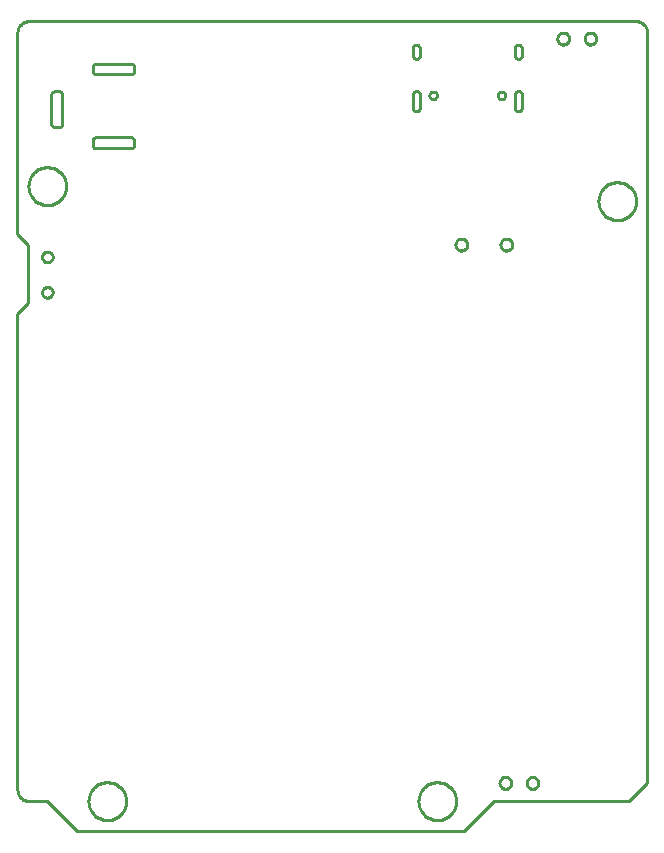
<source format=gbr>
G04 EAGLE Gerber RS-274X export*
G75*
%MOMM*%
%FSLAX34Y34*%
%LPD*%
%IN*%
%IPPOS*%
%AMOC8*
5,1,8,0,0,1.08239X$1,22.5*%
G01*
%ADD10C,0.254000*%


D10*
X-2540Y36670D02*
X-2502Y35798D01*
X-2388Y34934D01*
X-2199Y34082D01*
X-1937Y33250D01*
X-1603Y32444D01*
X-1200Y31670D01*
X-732Y30934D01*
X-200Y30242D01*
X389Y29599D01*
X1032Y29010D01*
X1724Y28478D01*
X2460Y28010D01*
X3234Y27607D01*
X4040Y27273D01*
X4872Y27011D01*
X5724Y26822D01*
X6588Y26708D01*
X7460Y26670D01*
X22860Y26670D01*
X48260Y1270D01*
X375920Y1270D01*
X401320Y26670D01*
X515620Y26670D01*
X530860Y41910D01*
X530860Y677070D01*
X530822Y677942D01*
X530708Y678806D01*
X530519Y679658D01*
X530257Y680490D01*
X529923Y681296D01*
X529520Y682070D01*
X529052Y682806D01*
X528520Y683498D01*
X527931Y684141D01*
X527288Y684730D01*
X526596Y685262D01*
X525860Y685730D01*
X525086Y686133D01*
X524280Y686467D01*
X523448Y686729D01*
X522596Y686918D01*
X521732Y687032D01*
X520860Y687070D01*
X7460Y687070D01*
X6588Y687032D01*
X5724Y686918D01*
X4872Y686729D01*
X4040Y686467D01*
X3234Y686133D01*
X2460Y685730D01*
X1724Y685262D01*
X1032Y684730D01*
X389Y684141D01*
X-200Y683498D01*
X-732Y682806D01*
X-1200Y682070D01*
X-1603Y681296D01*
X-1937Y680490D01*
X-2199Y679658D01*
X-2388Y678806D01*
X-2502Y677942D01*
X-2540Y677070D01*
X-2540Y506730D01*
X6350Y497840D01*
X6350Y448310D01*
X-2540Y439420D01*
X-2540Y36670D01*
X418660Y613770D02*
X418671Y613509D01*
X418706Y613249D01*
X418762Y612994D01*
X418841Y612744D01*
X418941Y612502D01*
X419062Y612270D01*
X419203Y612049D01*
X419362Y611842D01*
X419539Y611649D01*
X419732Y611472D01*
X419939Y611313D01*
X420160Y611172D01*
X420392Y611051D01*
X420634Y610951D01*
X420884Y610872D01*
X421139Y610816D01*
X421399Y610781D01*
X421660Y610770D01*
X421921Y610781D01*
X422181Y610816D01*
X422436Y610872D01*
X422686Y610951D01*
X422928Y611051D01*
X423160Y611172D01*
X423381Y611313D01*
X423588Y611472D01*
X423781Y611649D01*
X423958Y611842D01*
X424117Y612049D01*
X424258Y612270D01*
X424379Y612502D01*
X424479Y612744D01*
X424558Y612994D01*
X424614Y613249D01*
X424649Y613509D01*
X424660Y613770D01*
X424660Y624770D01*
X424649Y625031D01*
X424614Y625291D01*
X424558Y625546D01*
X424479Y625796D01*
X424379Y626038D01*
X424258Y626270D01*
X424117Y626491D01*
X423958Y626698D01*
X423781Y626891D01*
X423588Y627068D01*
X423381Y627227D01*
X423160Y627368D01*
X422928Y627489D01*
X422686Y627589D01*
X422436Y627668D01*
X422181Y627724D01*
X421921Y627759D01*
X421660Y627770D01*
X421399Y627759D01*
X421139Y627724D01*
X420884Y627668D01*
X420634Y627589D01*
X420392Y627489D01*
X420160Y627368D01*
X419939Y627227D01*
X419732Y627068D01*
X419539Y626891D01*
X419362Y626698D01*
X419203Y626491D01*
X419062Y626270D01*
X418941Y626038D01*
X418841Y625796D01*
X418762Y625546D01*
X418706Y625291D01*
X418671Y625031D01*
X418660Y624770D01*
X418660Y613770D01*
X332260Y613770D02*
X332271Y613509D01*
X332306Y613249D01*
X332362Y612994D01*
X332441Y612744D01*
X332541Y612502D01*
X332662Y612270D01*
X332803Y612049D01*
X332962Y611842D01*
X333139Y611649D01*
X333332Y611472D01*
X333539Y611313D01*
X333760Y611172D01*
X333992Y611051D01*
X334234Y610951D01*
X334484Y610872D01*
X334739Y610816D01*
X334999Y610781D01*
X335260Y610770D01*
X335521Y610781D01*
X335781Y610816D01*
X336036Y610872D01*
X336286Y610951D01*
X336528Y611051D01*
X336760Y611172D01*
X336981Y611313D01*
X337188Y611472D01*
X337381Y611649D01*
X337558Y611842D01*
X337717Y612049D01*
X337858Y612270D01*
X337979Y612502D01*
X338079Y612744D01*
X338158Y612994D01*
X338214Y613249D01*
X338249Y613509D01*
X338260Y613770D01*
X338260Y624770D01*
X338249Y625031D01*
X338214Y625291D01*
X338158Y625546D01*
X338079Y625796D01*
X337979Y626038D01*
X337858Y626270D01*
X337717Y626491D01*
X337558Y626698D01*
X337381Y626891D01*
X337188Y627068D01*
X336981Y627227D01*
X336760Y627368D01*
X336528Y627489D01*
X336286Y627589D01*
X336036Y627668D01*
X335781Y627724D01*
X335521Y627759D01*
X335260Y627770D01*
X334999Y627759D01*
X334739Y627724D01*
X334484Y627668D01*
X334234Y627589D01*
X333992Y627489D01*
X333760Y627368D01*
X333539Y627227D01*
X333332Y627068D01*
X333139Y626891D01*
X332962Y626698D01*
X332803Y626491D01*
X332662Y626270D01*
X332541Y626038D01*
X332441Y625796D01*
X332362Y625546D01*
X332306Y625291D01*
X332271Y625031D01*
X332260Y624770D01*
X332260Y613770D01*
X332260Y658070D02*
X332271Y657809D01*
X332306Y657549D01*
X332362Y657294D01*
X332441Y657044D01*
X332541Y656802D01*
X332662Y656570D01*
X332803Y656349D01*
X332962Y656142D01*
X333139Y655949D01*
X333332Y655772D01*
X333539Y655613D01*
X333760Y655472D01*
X333992Y655351D01*
X334234Y655251D01*
X334484Y655172D01*
X334739Y655116D01*
X334999Y655081D01*
X335260Y655070D01*
X335521Y655081D01*
X335781Y655116D01*
X336036Y655172D01*
X336286Y655251D01*
X336528Y655351D01*
X336760Y655472D01*
X336981Y655613D01*
X337188Y655772D01*
X337381Y655949D01*
X337558Y656142D01*
X337717Y656349D01*
X337858Y656570D01*
X337979Y656802D01*
X338079Y657044D01*
X338158Y657294D01*
X338214Y657549D01*
X338249Y657809D01*
X338260Y658070D01*
X338260Y664070D01*
X338249Y664331D01*
X338214Y664591D01*
X338158Y664846D01*
X338079Y665096D01*
X337979Y665338D01*
X337858Y665570D01*
X337717Y665791D01*
X337558Y665998D01*
X337381Y666191D01*
X337188Y666368D01*
X336981Y666527D01*
X336760Y666668D01*
X336528Y666789D01*
X336286Y666889D01*
X336036Y666968D01*
X335781Y667024D01*
X335521Y667059D01*
X335260Y667070D01*
X334999Y667059D01*
X334739Y667024D01*
X334484Y666968D01*
X334234Y666889D01*
X333992Y666789D01*
X333760Y666668D01*
X333539Y666527D01*
X333332Y666368D01*
X333139Y666191D01*
X332962Y665998D01*
X332803Y665791D01*
X332662Y665570D01*
X332541Y665338D01*
X332441Y665096D01*
X332362Y664846D01*
X332306Y664591D01*
X332271Y664331D01*
X332260Y664070D01*
X332260Y658070D01*
X418660Y658070D02*
X418671Y657809D01*
X418706Y657549D01*
X418762Y657294D01*
X418841Y657044D01*
X418941Y656802D01*
X419062Y656570D01*
X419203Y656349D01*
X419362Y656142D01*
X419539Y655949D01*
X419732Y655772D01*
X419939Y655613D01*
X420160Y655472D01*
X420392Y655351D01*
X420634Y655251D01*
X420884Y655172D01*
X421139Y655116D01*
X421399Y655081D01*
X421660Y655070D01*
X421921Y655081D01*
X422181Y655116D01*
X422436Y655172D01*
X422686Y655251D01*
X422928Y655351D01*
X423160Y655472D01*
X423381Y655613D01*
X423588Y655772D01*
X423781Y655949D01*
X423958Y656142D01*
X424117Y656349D01*
X424258Y656570D01*
X424379Y656802D01*
X424479Y657044D01*
X424558Y657294D01*
X424614Y657549D01*
X424649Y657809D01*
X424660Y658070D01*
X424660Y664070D01*
X424649Y664331D01*
X424614Y664591D01*
X424558Y664846D01*
X424479Y665096D01*
X424379Y665338D01*
X424258Y665570D01*
X424117Y665791D01*
X423958Y665998D01*
X423781Y666191D01*
X423588Y666368D01*
X423381Y666527D01*
X423160Y666668D01*
X422928Y666789D01*
X422686Y666889D01*
X422436Y666968D01*
X422181Y667024D01*
X421921Y667059D01*
X421660Y667070D01*
X421399Y667059D01*
X421139Y667024D01*
X420884Y666968D01*
X420634Y666889D01*
X420392Y666789D01*
X420160Y666668D01*
X419939Y666527D01*
X419732Y666368D01*
X419539Y666191D01*
X419362Y665998D01*
X419203Y665791D01*
X419062Y665570D01*
X418941Y665338D01*
X418841Y665096D01*
X418762Y664846D01*
X418706Y664591D01*
X418671Y664331D01*
X418660Y664070D01*
X418660Y658070D01*
X26248Y600090D02*
X26258Y599872D01*
X26286Y599656D01*
X26333Y599443D01*
X26399Y599235D01*
X26482Y599033D01*
X26583Y598840D01*
X26700Y598656D01*
X26833Y598483D01*
X26980Y598322D01*
X27141Y598175D01*
X27314Y598042D01*
X27498Y597925D01*
X27691Y597824D01*
X27893Y597741D01*
X28101Y597675D01*
X28314Y597628D01*
X28530Y597600D01*
X28748Y597590D01*
X33240Y597590D01*
X33445Y597632D01*
X33646Y597692D01*
X33841Y597769D01*
X34029Y597863D01*
X34207Y597973D01*
X34375Y598098D01*
X34532Y598238D01*
X34676Y598390D01*
X34806Y598554D01*
X34922Y598730D01*
X35021Y598914D01*
X35105Y599106D01*
X35171Y599305D01*
X35219Y599509D01*
X35250Y599717D01*
X35262Y599926D01*
X35256Y600136D01*
X35232Y600344D01*
X35232Y625344D01*
X35235Y625529D01*
X35222Y625714D01*
X35193Y625897D01*
X35148Y626076D01*
X35087Y626251D01*
X35012Y626421D01*
X34922Y626582D01*
X34818Y626736D01*
X34701Y626880D01*
X34572Y627013D01*
X34432Y627134D01*
X34283Y627243D01*
X34124Y627338D01*
X33957Y627419D01*
X33784Y627485D01*
X33606Y627536D01*
X33424Y627571D01*
X33240Y627590D01*
X28748Y627590D01*
X28530Y627581D01*
X28314Y627552D01*
X28101Y627505D01*
X27893Y627439D01*
X27691Y627356D01*
X27498Y627255D01*
X27314Y627138D01*
X27141Y627005D01*
X26980Y626858D01*
X26833Y626697D01*
X26700Y626524D01*
X26583Y626340D01*
X26482Y626147D01*
X26399Y625945D01*
X26333Y625737D01*
X26286Y625524D01*
X26258Y625308D01*
X26248Y625090D01*
X26248Y600090D01*
X61240Y581590D02*
X61271Y581395D01*
X61318Y581204D01*
X61382Y581017D01*
X61462Y580837D01*
X61558Y580665D01*
X61668Y580501D01*
X61792Y580348D01*
X61929Y580206D01*
X62077Y580076D01*
X62237Y579960D01*
X62406Y579859D01*
X62583Y579772D01*
X62767Y579701D01*
X62957Y579647D01*
X63150Y579609D01*
X63346Y579588D01*
X63543Y579584D01*
X63740Y579598D01*
X93740Y579598D01*
X93937Y579584D01*
X94134Y579588D01*
X94330Y579609D01*
X94524Y579647D01*
X94713Y579701D01*
X94897Y579772D01*
X95074Y579859D01*
X95243Y579960D01*
X95403Y580076D01*
X95551Y580206D01*
X95688Y580348D01*
X95812Y580501D01*
X95922Y580665D01*
X96018Y580837D01*
X96098Y581017D01*
X96162Y581204D01*
X96209Y581395D01*
X96240Y581590D01*
X96240Y586590D01*
X96209Y586785D01*
X96162Y586976D01*
X96098Y587163D01*
X96018Y587343D01*
X95922Y587515D01*
X95812Y587679D01*
X95688Y587832D01*
X95551Y587974D01*
X95403Y588104D01*
X95243Y588220D01*
X95074Y588322D01*
X94897Y588408D01*
X94713Y588479D01*
X94524Y588533D01*
X94330Y588571D01*
X94134Y588592D01*
X93937Y588596D01*
X93740Y588582D01*
X63740Y588582D01*
X63543Y588596D01*
X63346Y588592D01*
X63150Y588571D01*
X62957Y588533D01*
X62767Y588479D01*
X62583Y588408D01*
X62406Y588322D01*
X62237Y588220D01*
X62077Y588104D01*
X61929Y587974D01*
X61792Y587832D01*
X61668Y587679D01*
X61558Y587515D01*
X61462Y587343D01*
X61382Y587163D01*
X61318Y586976D01*
X61271Y586785D01*
X61240Y586590D01*
X61240Y581590D01*
X61240Y644598D02*
X61250Y644380D01*
X61278Y644164D01*
X61325Y643951D01*
X61391Y643743D01*
X61474Y643541D01*
X61575Y643348D01*
X61692Y643164D01*
X61825Y642991D01*
X61972Y642830D01*
X62133Y642683D01*
X62306Y642550D01*
X62490Y642433D01*
X62683Y642332D01*
X62885Y642249D01*
X63093Y642183D01*
X63306Y642136D01*
X63522Y642108D01*
X63740Y642098D01*
X93740Y642098D01*
X93958Y642108D01*
X94174Y642136D01*
X94387Y642183D01*
X94595Y642249D01*
X94797Y642332D01*
X94990Y642433D01*
X95174Y642550D01*
X95347Y642683D01*
X95508Y642830D01*
X95655Y642991D01*
X95788Y643164D01*
X95905Y643348D01*
X96006Y643541D01*
X96089Y643743D01*
X96155Y643951D01*
X96202Y644164D01*
X96231Y644380D01*
X96240Y644598D01*
X96240Y648582D01*
X96231Y648800D01*
X96202Y649016D01*
X96155Y649229D01*
X96089Y649437D01*
X96006Y649639D01*
X95905Y649832D01*
X95788Y650016D01*
X95655Y650189D01*
X95508Y650350D01*
X95347Y650497D01*
X95174Y650630D01*
X94990Y650747D01*
X94797Y650848D01*
X94595Y650931D01*
X94387Y650997D01*
X94174Y651044D01*
X93958Y651073D01*
X93740Y651082D01*
X63740Y651082D01*
X63522Y651073D01*
X63306Y651044D01*
X63093Y650997D01*
X62885Y650931D01*
X62683Y650848D01*
X62490Y650747D01*
X62306Y650630D01*
X62133Y650497D01*
X61972Y650350D01*
X61825Y650189D01*
X61692Y650016D01*
X61575Y649832D01*
X61474Y649639D01*
X61391Y649437D01*
X61325Y649229D01*
X61278Y649016D01*
X61250Y648800D01*
X61240Y648582D01*
X61240Y644598D01*
X369060Y26146D02*
X368992Y25101D01*
X368855Y24062D01*
X368650Y23035D01*
X368379Y22023D01*
X368043Y21031D01*
X367642Y20063D01*
X367178Y19124D01*
X366655Y18216D01*
X366073Y17345D01*
X365435Y16514D01*
X364744Y15727D01*
X364003Y14986D01*
X363216Y14295D01*
X362385Y13658D01*
X361514Y13076D01*
X360606Y12552D01*
X359667Y12088D01*
X358699Y11687D01*
X357707Y11351D01*
X356695Y11080D01*
X355668Y10875D01*
X354629Y10739D01*
X353584Y10670D01*
X352536Y10670D01*
X351491Y10739D01*
X350452Y10875D01*
X349425Y11080D01*
X348413Y11351D01*
X347421Y11687D01*
X346453Y12088D01*
X345514Y12552D01*
X344606Y13076D01*
X343735Y13658D01*
X342904Y14295D01*
X342117Y14986D01*
X341376Y15727D01*
X340685Y16514D01*
X340048Y17345D01*
X339466Y18216D01*
X338942Y19124D01*
X338478Y20063D01*
X338077Y21031D01*
X337741Y22023D01*
X337470Y23035D01*
X337265Y24062D01*
X337129Y25101D01*
X337060Y26146D01*
X337060Y27194D01*
X337129Y28239D01*
X337265Y29278D01*
X337470Y30305D01*
X337741Y31317D01*
X338077Y32309D01*
X338478Y33277D01*
X338942Y34216D01*
X339466Y35124D01*
X340048Y35995D01*
X340685Y36826D01*
X341376Y37613D01*
X342117Y38354D01*
X342904Y39045D01*
X343735Y39683D01*
X344606Y40265D01*
X345514Y40788D01*
X346453Y41252D01*
X347421Y41653D01*
X348413Y41989D01*
X349425Y42260D01*
X350452Y42465D01*
X351491Y42602D01*
X352536Y42670D01*
X353584Y42670D01*
X354629Y42602D01*
X355668Y42465D01*
X356695Y42260D01*
X357707Y41989D01*
X358699Y41653D01*
X359667Y41252D01*
X360606Y40788D01*
X361514Y40265D01*
X362385Y39683D01*
X363216Y39045D01*
X364003Y38354D01*
X364744Y37613D01*
X365435Y36826D01*
X366073Y35995D01*
X366655Y35124D01*
X367178Y34216D01*
X367642Y33277D01*
X368043Y32309D01*
X368379Y31317D01*
X368650Y30305D01*
X368855Y29278D01*
X368992Y28239D01*
X369060Y27194D01*
X369060Y26146D01*
X89660Y26146D02*
X89592Y25101D01*
X89455Y24062D01*
X89250Y23035D01*
X88979Y22023D01*
X88643Y21031D01*
X88242Y20063D01*
X87778Y19124D01*
X87255Y18216D01*
X86673Y17345D01*
X86035Y16514D01*
X85344Y15727D01*
X84603Y14986D01*
X83816Y14295D01*
X82985Y13658D01*
X82114Y13076D01*
X81206Y12552D01*
X80267Y12088D01*
X79299Y11687D01*
X78307Y11351D01*
X77295Y11080D01*
X76268Y10875D01*
X75229Y10739D01*
X74184Y10670D01*
X73136Y10670D01*
X72091Y10739D01*
X71052Y10875D01*
X70025Y11080D01*
X69013Y11351D01*
X68021Y11687D01*
X67053Y12088D01*
X66114Y12552D01*
X65206Y13076D01*
X64335Y13658D01*
X63504Y14295D01*
X62717Y14986D01*
X61976Y15727D01*
X61285Y16514D01*
X60648Y17345D01*
X60066Y18216D01*
X59542Y19124D01*
X59078Y20063D01*
X58677Y21031D01*
X58341Y22023D01*
X58070Y23035D01*
X57865Y24062D01*
X57729Y25101D01*
X57660Y26146D01*
X57660Y27194D01*
X57729Y28239D01*
X57865Y29278D01*
X58070Y30305D01*
X58341Y31317D01*
X58677Y32309D01*
X59078Y33277D01*
X59542Y34216D01*
X60066Y35124D01*
X60648Y35995D01*
X61285Y36826D01*
X61976Y37613D01*
X62717Y38354D01*
X63504Y39045D01*
X64335Y39683D01*
X65206Y40265D01*
X66114Y40788D01*
X67053Y41252D01*
X68021Y41653D01*
X69013Y41989D01*
X70025Y42260D01*
X71052Y42465D01*
X72091Y42602D01*
X73136Y42670D01*
X74184Y42670D01*
X75229Y42602D01*
X76268Y42465D01*
X77295Y42260D01*
X78307Y41989D01*
X79299Y41653D01*
X80267Y41252D01*
X81206Y40788D01*
X82114Y40265D01*
X82985Y39683D01*
X83816Y39045D01*
X84603Y38354D01*
X85344Y37613D01*
X86035Y36826D01*
X86673Y35995D01*
X87255Y35124D01*
X87778Y34216D01*
X88242Y33277D01*
X88643Y32309D01*
X88979Y31317D01*
X89250Y30305D01*
X89455Y29278D01*
X89592Y28239D01*
X89660Y27194D01*
X89660Y26146D01*
X521460Y534146D02*
X521392Y533101D01*
X521255Y532062D01*
X521050Y531035D01*
X520779Y530023D01*
X520443Y529031D01*
X520042Y528063D01*
X519578Y527124D01*
X519055Y526216D01*
X518473Y525345D01*
X517835Y524514D01*
X517144Y523727D01*
X516403Y522986D01*
X515616Y522295D01*
X514785Y521658D01*
X513914Y521076D01*
X513006Y520552D01*
X512067Y520088D01*
X511099Y519687D01*
X510107Y519351D01*
X509095Y519080D01*
X508068Y518875D01*
X507029Y518739D01*
X505984Y518670D01*
X504936Y518670D01*
X503891Y518739D01*
X502852Y518875D01*
X501825Y519080D01*
X500813Y519351D01*
X499821Y519687D01*
X498853Y520088D01*
X497914Y520552D01*
X497006Y521076D01*
X496135Y521658D01*
X495304Y522295D01*
X494517Y522986D01*
X493776Y523727D01*
X493085Y524514D01*
X492448Y525345D01*
X491866Y526216D01*
X491342Y527124D01*
X490878Y528063D01*
X490477Y529031D01*
X490141Y530023D01*
X489870Y531035D01*
X489665Y532062D01*
X489529Y533101D01*
X489460Y534146D01*
X489460Y535194D01*
X489529Y536239D01*
X489665Y537278D01*
X489870Y538305D01*
X490141Y539317D01*
X490477Y540309D01*
X490878Y541277D01*
X491342Y542216D01*
X491866Y543124D01*
X492448Y543995D01*
X493085Y544826D01*
X493776Y545613D01*
X494517Y546354D01*
X495304Y547045D01*
X496135Y547683D01*
X497006Y548265D01*
X497914Y548788D01*
X498853Y549252D01*
X499821Y549653D01*
X500813Y549989D01*
X501825Y550260D01*
X502852Y550465D01*
X503891Y550602D01*
X504936Y550670D01*
X505984Y550670D01*
X507029Y550602D01*
X508068Y550465D01*
X509095Y550260D01*
X510107Y549989D01*
X511099Y549653D01*
X512067Y549252D01*
X513006Y548788D01*
X513914Y548265D01*
X514785Y547683D01*
X515616Y547045D01*
X516403Y546354D01*
X517144Y545613D01*
X517835Y544826D01*
X518473Y543995D01*
X519055Y543124D01*
X519578Y542216D01*
X520042Y541277D01*
X520443Y540309D01*
X520779Y539317D01*
X521050Y538305D01*
X521255Y537278D01*
X521392Y536239D01*
X521460Y535194D01*
X521460Y534146D01*
X38860Y546846D02*
X38792Y545801D01*
X38655Y544762D01*
X38450Y543735D01*
X38179Y542723D01*
X37843Y541731D01*
X37442Y540763D01*
X36978Y539824D01*
X36455Y538916D01*
X35873Y538045D01*
X35235Y537214D01*
X34544Y536427D01*
X33803Y535686D01*
X33016Y534995D01*
X32185Y534358D01*
X31314Y533776D01*
X30406Y533252D01*
X29467Y532788D01*
X28499Y532387D01*
X27507Y532051D01*
X26495Y531780D01*
X25468Y531575D01*
X24429Y531439D01*
X23384Y531370D01*
X22336Y531370D01*
X21291Y531439D01*
X20252Y531575D01*
X19225Y531780D01*
X18213Y532051D01*
X17221Y532387D01*
X16253Y532788D01*
X15314Y533252D01*
X14406Y533776D01*
X13535Y534358D01*
X12704Y534995D01*
X11917Y535686D01*
X11176Y536427D01*
X10485Y537214D01*
X9848Y538045D01*
X9266Y538916D01*
X8742Y539824D01*
X8278Y540763D01*
X7877Y541731D01*
X7541Y542723D01*
X7270Y543735D01*
X7065Y544762D01*
X6929Y545801D01*
X6860Y546846D01*
X6860Y547894D01*
X6929Y548939D01*
X7065Y549978D01*
X7270Y551005D01*
X7541Y552017D01*
X7877Y553009D01*
X8278Y553977D01*
X8742Y554916D01*
X9266Y555824D01*
X9848Y556695D01*
X10485Y557526D01*
X11176Y558313D01*
X11917Y559054D01*
X12704Y559745D01*
X13535Y560383D01*
X14406Y560965D01*
X15314Y561488D01*
X16253Y561952D01*
X17221Y562353D01*
X18213Y562689D01*
X19225Y562960D01*
X20252Y563165D01*
X21291Y563302D01*
X22336Y563370D01*
X23384Y563370D01*
X24429Y563302D01*
X25468Y563165D01*
X26495Y562960D01*
X27507Y562689D01*
X28499Y562353D01*
X29467Y561952D01*
X30406Y561488D01*
X31314Y560965D01*
X32185Y560383D01*
X33016Y559745D01*
X33803Y559054D01*
X34544Y558313D01*
X35235Y557526D01*
X35873Y556695D01*
X36455Y555824D01*
X36978Y554916D01*
X37442Y553977D01*
X37843Y553009D01*
X38179Y552017D01*
X38450Y551005D01*
X38655Y549978D01*
X38792Y548939D01*
X38860Y547894D01*
X38860Y546846D01*
X22565Y482940D02*
X21980Y483017D01*
X21410Y483170D01*
X20865Y483395D01*
X20355Y483690D01*
X19887Y484049D01*
X19469Y484467D01*
X19110Y484935D01*
X18815Y485445D01*
X18590Y485990D01*
X18437Y486560D01*
X18360Y487145D01*
X18360Y487735D01*
X18437Y488320D01*
X18590Y488890D01*
X18815Y489435D01*
X19110Y489945D01*
X19469Y490413D01*
X19887Y490831D01*
X20355Y491190D01*
X20865Y491485D01*
X21410Y491710D01*
X21980Y491863D01*
X22565Y491940D01*
X23155Y491940D01*
X23740Y491863D01*
X24310Y491710D01*
X24855Y491485D01*
X25365Y491190D01*
X25833Y490831D01*
X26251Y490413D01*
X26610Y489945D01*
X26905Y489435D01*
X27130Y488890D01*
X27283Y488320D01*
X27360Y487735D01*
X27360Y487145D01*
X27283Y486560D01*
X27130Y485990D01*
X26905Y485445D01*
X26610Y484935D01*
X26251Y484467D01*
X25833Y484049D01*
X25365Y483690D01*
X24855Y483395D01*
X24310Y483170D01*
X23740Y483017D01*
X23155Y482940D01*
X22565Y482940D01*
X22565Y452940D02*
X21980Y453017D01*
X21410Y453170D01*
X20865Y453395D01*
X20355Y453690D01*
X19887Y454049D01*
X19469Y454467D01*
X19110Y454935D01*
X18815Y455445D01*
X18590Y455990D01*
X18437Y456560D01*
X18360Y457145D01*
X18360Y457735D01*
X18437Y458320D01*
X18590Y458890D01*
X18815Y459435D01*
X19110Y459945D01*
X19469Y460413D01*
X19887Y460831D01*
X20355Y461190D01*
X20865Y461485D01*
X21410Y461710D01*
X21980Y461863D01*
X22565Y461940D01*
X23155Y461940D01*
X23740Y461863D01*
X24310Y461710D01*
X24855Y461485D01*
X25365Y461190D01*
X25833Y460831D01*
X26251Y460413D01*
X26610Y459945D01*
X26905Y459435D01*
X27130Y458890D01*
X27283Y458320D01*
X27360Y457735D01*
X27360Y457145D01*
X27283Y456560D01*
X27130Y455990D01*
X26905Y455445D01*
X26610Y454935D01*
X26251Y454467D01*
X25833Y454049D01*
X25365Y453690D01*
X24855Y453395D01*
X24310Y453170D01*
X23740Y453017D01*
X23155Y452940D01*
X22565Y452940D01*
X378380Y497559D02*
X378317Y497001D01*
X378192Y496454D01*
X378007Y495924D01*
X377763Y495418D01*
X377464Y494942D01*
X377114Y494503D01*
X376717Y494106D01*
X376278Y493756D01*
X375802Y493457D01*
X375296Y493213D01*
X374766Y493028D01*
X374219Y492903D01*
X373661Y492840D01*
X373099Y492840D01*
X372541Y492903D01*
X371994Y493028D01*
X371464Y493213D01*
X370958Y493457D01*
X370482Y493756D01*
X370043Y494106D01*
X369646Y494503D01*
X369296Y494942D01*
X368997Y495418D01*
X368753Y495924D01*
X368568Y496454D01*
X368443Y497001D01*
X368380Y497559D01*
X368380Y498121D01*
X368443Y498679D01*
X368568Y499226D01*
X368753Y499756D01*
X368997Y500262D01*
X369296Y500738D01*
X369646Y501177D01*
X370043Y501574D01*
X370482Y501924D01*
X370958Y502223D01*
X371464Y502467D01*
X371994Y502652D01*
X372541Y502777D01*
X373099Y502840D01*
X373661Y502840D01*
X374219Y502777D01*
X374766Y502652D01*
X375296Y502467D01*
X375802Y502223D01*
X376278Y501924D01*
X376717Y501574D01*
X377114Y501177D01*
X377464Y500738D01*
X377763Y500262D01*
X378007Y499756D01*
X378192Y499226D01*
X378317Y498679D01*
X378380Y498121D01*
X378380Y497559D01*
X416480Y497559D02*
X416417Y497001D01*
X416292Y496454D01*
X416107Y495924D01*
X415863Y495418D01*
X415564Y494942D01*
X415214Y494503D01*
X414817Y494106D01*
X414378Y493756D01*
X413902Y493457D01*
X413396Y493213D01*
X412866Y493028D01*
X412319Y492903D01*
X411761Y492840D01*
X411199Y492840D01*
X410641Y492903D01*
X410094Y493028D01*
X409564Y493213D01*
X409058Y493457D01*
X408582Y493756D01*
X408143Y494106D01*
X407746Y494503D01*
X407396Y494942D01*
X407097Y495418D01*
X406853Y495924D01*
X406668Y496454D01*
X406543Y497001D01*
X406480Y497559D01*
X406480Y498121D01*
X406543Y498679D01*
X406668Y499226D01*
X406853Y499756D01*
X407097Y500262D01*
X407396Y500738D01*
X407746Y501177D01*
X408143Y501574D01*
X408582Y501924D01*
X409058Y502223D01*
X409564Y502467D01*
X410094Y502652D01*
X410641Y502777D01*
X411199Y502840D01*
X411761Y502840D01*
X412319Y502777D01*
X412866Y502652D01*
X413396Y502467D01*
X413902Y502223D01*
X414378Y501924D01*
X414817Y501574D01*
X415214Y501177D01*
X415564Y500738D01*
X415863Y500262D01*
X416107Y499756D01*
X416292Y499226D01*
X416417Y498679D01*
X416480Y498121D01*
X416480Y497559D01*
X346310Y624483D02*
X346366Y624905D01*
X346476Y625317D01*
X346639Y625711D01*
X346852Y626079D01*
X347111Y626417D01*
X347413Y626719D01*
X347751Y626978D01*
X348119Y627191D01*
X348513Y627354D01*
X348925Y627464D01*
X349347Y627520D01*
X349773Y627520D01*
X350195Y627464D01*
X350607Y627354D01*
X351001Y627191D01*
X351369Y626978D01*
X351707Y626719D01*
X352009Y626417D01*
X352268Y626079D01*
X352481Y625711D01*
X352644Y625317D01*
X352754Y624905D01*
X352810Y624483D01*
X352810Y624057D01*
X352754Y623635D01*
X352644Y623223D01*
X352481Y622829D01*
X352268Y622461D01*
X352009Y622123D01*
X351707Y621821D01*
X351369Y621562D01*
X351001Y621349D01*
X350607Y621186D01*
X350195Y621076D01*
X349773Y621020D01*
X349347Y621020D01*
X348925Y621076D01*
X348513Y621186D01*
X348119Y621349D01*
X347751Y621562D01*
X347413Y621821D01*
X347111Y622123D01*
X346852Y622461D01*
X346639Y622829D01*
X346476Y623223D01*
X346366Y623635D01*
X346310Y624057D01*
X346310Y624483D01*
X404110Y624483D02*
X404166Y624905D01*
X404276Y625317D01*
X404439Y625711D01*
X404652Y626079D01*
X404911Y626417D01*
X405213Y626719D01*
X405551Y626978D01*
X405919Y627191D01*
X406313Y627354D01*
X406725Y627464D01*
X407147Y627520D01*
X407573Y627520D01*
X407995Y627464D01*
X408407Y627354D01*
X408801Y627191D01*
X409169Y626978D01*
X409507Y626719D01*
X409809Y626417D01*
X410068Y626079D01*
X410281Y625711D01*
X410444Y625317D01*
X410554Y624905D01*
X410610Y624483D01*
X410610Y624057D01*
X410554Y623635D01*
X410444Y623223D01*
X410281Y622829D01*
X410068Y622461D01*
X409809Y622123D01*
X409507Y621821D01*
X409169Y621562D01*
X408801Y621349D01*
X408407Y621186D01*
X407995Y621076D01*
X407573Y621020D01*
X407147Y621020D01*
X406725Y621076D01*
X406313Y621186D01*
X405919Y621349D01*
X405551Y621562D01*
X405213Y621821D01*
X404911Y622123D01*
X404652Y622461D01*
X404439Y622829D01*
X404276Y623223D01*
X404166Y623635D01*
X404110Y624057D01*
X404110Y624483D01*
X477670Y672571D02*
X477733Y673129D01*
X477858Y673676D01*
X478043Y674206D01*
X478287Y674712D01*
X478586Y675188D01*
X478936Y675627D01*
X479333Y676024D01*
X479772Y676374D01*
X480248Y676673D01*
X480754Y676917D01*
X481284Y677102D01*
X481831Y677227D01*
X482389Y677290D01*
X482951Y677290D01*
X483509Y677227D01*
X484056Y677102D01*
X484586Y676917D01*
X485092Y676673D01*
X485568Y676374D01*
X486007Y676024D01*
X486404Y675627D01*
X486754Y675188D01*
X487053Y674712D01*
X487297Y674206D01*
X487482Y673676D01*
X487607Y673129D01*
X487670Y672571D01*
X487670Y672009D01*
X487607Y671451D01*
X487482Y670904D01*
X487297Y670374D01*
X487053Y669868D01*
X486754Y669392D01*
X486404Y668953D01*
X486007Y668556D01*
X485568Y668206D01*
X485092Y667907D01*
X484586Y667663D01*
X484056Y667478D01*
X483509Y667353D01*
X482951Y667290D01*
X482389Y667290D01*
X481831Y667353D01*
X481284Y667478D01*
X480754Y667663D01*
X480248Y667907D01*
X479772Y668206D01*
X479333Y668556D01*
X478936Y668953D01*
X478586Y669392D01*
X478287Y669868D01*
X478043Y670374D01*
X477858Y670904D01*
X477733Y671451D01*
X477670Y672009D01*
X477670Y672571D01*
X454670Y672571D02*
X454733Y673129D01*
X454858Y673676D01*
X455043Y674206D01*
X455287Y674712D01*
X455586Y675188D01*
X455936Y675627D01*
X456333Y676024D01*
X456772Y676374D01*
X457248Y676673D01*
X457754Y676917D01*
X458284Y677102D01*
X458831Y677227D01*
X459389Y677290D01*
X459951Y677290D01*
X460509Y677227D01*
X461056Y677102D01*
X461586Y676917D01*
X462092Y676673D01*
X462568Y676374D01*
X463007Y676024D01*
X463404Y675627D01*
X463754Y675188D01*
X464053Y674712D01*
X464297Y674206D01*
X464482Y673676D01*
X464607Y673129D01*
X464670Y672571D01*
X464670Y672009D01*
X464607Y671451D01*
X464482Y670904D01*
X464297Y670374D01*
X464053Y669868D01*
X463754Y669392D01*
X463404Y668953D01*
X463007Y668556D01*
X462568Y668206D01*
X462092Y667907D01*
X461586Y667663D01*
X461056Y667478D01*
X460509Y667353D01*
X459951Y667290D01*
X459389Y667290D01*
X458831Y667353D01*
X458284Y667478D01*
X457754Y667663D01*
X457248Y667907D01*
X456772Y668206D01*
X456333Y668556D01*
X455936Y668953D01*
X455586Y669392D01*
X455287Y669868D01*
X455043Y670374D01*
X454858Y670904D01*
X454733Y671451D01*
X454670Y672009D01*
X454670Y672571D01*
X415648Y41804D02*
X415585Y41246D01*
X415460Y40699D01*
X415275Y40169D01*
X415031Y39663D01*
X414732Y39187D01*
X414382Y38748D01*
X413985Y38351D01*
X413546Y38001D01*
X413070Y37702D01*
X412564Y37458D01*
X412034Y37273D01*
X411487Y37148D01*
X410929Y37085D01*
X410367Y37085D01*
X409809Y37148D01*
X409262Y37273D01*
X408732Y37458D01*
X408226Y37702D01*
X407750Y38001D01*
X407311Y38351D01*
X406914Y38748D01*
X406564Y39187D01*
X406265Y39663D01*
X406021Y40169D01*
X405836Y40699D01*
X405711Y41246D01*
X405648Y41804D01*
X405648Y42366D01*
X405711Y42924D01*
X405836Y43471D01*
X406021Y44001D01*
X406265Y44507D01*
X406564Y44983D01*
X406914Y45422D01*
X407311Y45819D01*
X407750Y46169D01*
X408226Y46468D01*
X408732Y46712D01*
X409262Y46897D01*
X409809Y47022D01*
X410367Y47085D01*
X410929Y47085D01*
X411487Y47022D01*
X412034Y46897D01*
X412564Y46712D01*
X413070Y46468D01*
X413546Y46169D01*
X413985Y45819D01*
X414382Y45422D01*
X414732Y44983D01*
X415031Y44507D01*
X415275Y44001D01*
X415460Y43471D01*
X415585Y42924D01*
X415648Y42366D01*
X415648Y41804D01*
X438648Y41804D02*
X438585Y41246D01*
X438460Y40699D01*
X438275Y40169D01*
X438031Y39663D01*
X437732Y39187D01*
X437382Y38748D01*
X436985Y38351D01*
X436546Y38001D01*
X436070Y37702D01*
X435564Y37458D01*
X435034Y37273D01*
X434487Y37148D01*
X433929Y37085D01*
X433367Y37085D01*
X432809Y37148D01*
X432262Y37273D01*
X431732Y37458D01*
X431226Y37702D01*
X430750Y38001D01*
X430311Y38351D01*
X429914Y38748D01*
X429564Y39187D01*
X429265Y39663D01*
X429021Y40169D01*
X428836Y40699D01*
X428711Y41246D01*
X428648Y41804D01*
X428648Y42366D01*
X428711Y42924D01*
X428836Y43471D01*
X429021Y44001D01*
X429265Y44507D01*
X429564Y44983D01*
X429914Y45422D01*
X430311Y45819D01*
X430750Y46169D01*
X431226Y46468D01*
X431732Y46712D01*
X432262Y46897D01*
X432809Y47022D01*
X433367Y47085D01*
X433929Y47085D01*
X434487Y47022D01*
X435034Y46897D01*
X435564Y46712D01*
X436070Y46468D01*
X436546Y46169D01*
X436985Y45819D01*
X437382Y45422D01*
X437732Y44983D01*
X438031Y44507D01*
X438275Y44001D01*
X438460Y43471D01*
X438585Y42924D01*
X438648Y42366D01*
X438648Y41804D01*
M02*

</source>
